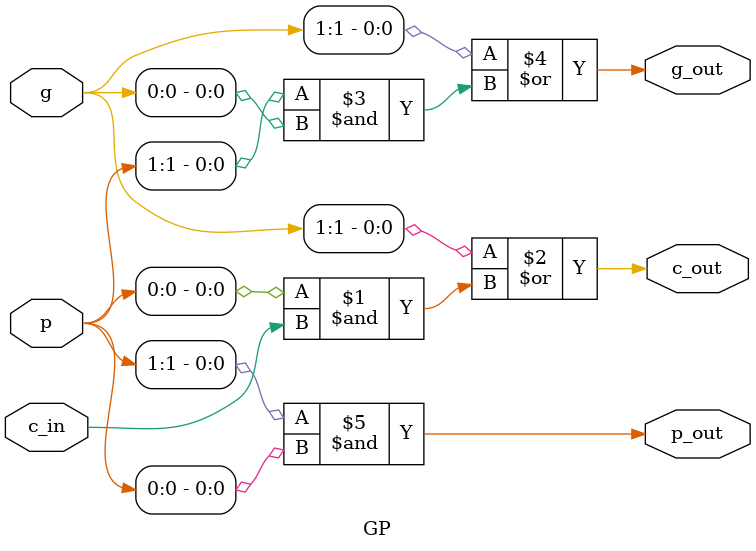
<source format=v>
module GP (g,p,c_in,c_out,g_out, p_out );

input  [1 : 0] g,p;
input          c_in;
output         c_out,p_out,g_out;

assign  c_out = g[1] | p[0] & c_in;
assign  g_out = g[1] | p[1] & g[0];
assign  p_out = p[1] & p[0];
endmodule

</source>
